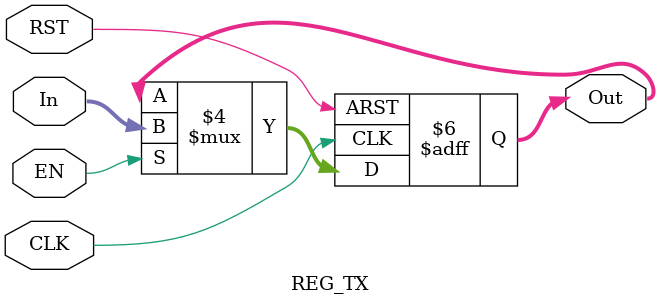
<source format=v>
/*  ASTECAS projet
*   CINVESTAV-GLD
*   ITESM-GDL
*   RHALL-TECH
*--------------------------------------------------
*
*   Programer: MSc Abisai Ramirez Perez (abramirez@gdl.cinvestav.mx)
*   Filename : OQPSK_PS_RCOSINE.v
*   Type     : Verilog Module
*   
*   Description:
*              This module is the transmitter of OQPSK, which uses a fix bitrate and raised cosine pulse shaping filter
*   Version    : 1.0
*   Data       : march 2018
*   Revision   : -
*   Reviser    : -
* 
*--------------------------------------------------
*   Modification Log "please register all the modifications in this area"
*		Update: Module edited for RCOSINE pulse shaping
*		Programmer: Luis Adolfo Luna Rodríguez - September 2017
*		Update V1.0: Module edited for OpenLane process - LALR Oct 2022
*
*/
module OQPSK_PS_RCOSINE2
#(parameter 
DW_IN 		= 13, 	// Output bits
I_SEL 		= 01,	// Integer bits
SAMPLES 		= 02,	// Samples per symbol
PS_SAMPLES	= 50	// Samples of the pulse shaping
)
(
`ifdef USE_POWER_PINS
    inout vdd,	// User area 1 1.8V supply
    inout vss,	// User area 1 digital ground
`endif
input 									CLK 	,  	// Clock
input 									RST	,		// Reset low active	
input 									EN		,		// Enable
input									   BitIn	,		// Incoming Bitstream
output signed [(DW_IN-I_SEL):I_SEL-1] I,		// In-phase component
output signed [(DW_IN-I_SEL):I_SEL-1]	Q,		// Quadrature component
output [5:0] addI,
output [5:0] addQ

);
	wire   									En_1M;
	wire   									En_1M_dly;
	wire   									En_2M;
	wire   				 					wi_b2r;
	wire  [SAMPLES-1:0] 				wi_Reg2Rom;
	wire 										wi_Reg2Rom_delay;
	wire 	[I_SEL-2:-(DW_IN-I_SEL)] 	I_ROM;
	wire 	[I_SEL-1:-(DW_IN-I_SEL)] 	I_Cmplted;
	wire 	[I_SEL-2:-(DW_IN-I_SEL)] 	Q_ROM;
	wire 	[I_SEL-1:-(DW_IN-I_SEL)] 	Q_Cmplted;
	wire 	[$clog2(PS_SAMPLES)-1:0] 		addressI;
	wire 	[$clog2(PS_SAMPLES)-1:0] 		addressQ;



	// This module converts from bitstream to symbosl for OQPSK
	buffer_TX 	#(SAMPLES-1'b1)  	 		bit2symb
	(
		.CLK50M		( 	CLK 	),	// clock 50MHz
		.RST			(	RST  	),	// Reset, low active
		.EN			( 	En_2M 	),	// Enable 2 MHz
		.BitIn		( 	BitIn 	),	// Incoming bitstream
		.regi 		( 	wi_b2r	)		// buffer of 2 bits.
	);

	// Register updatated each 1MHz
	REG_TX 		#(SAMPLES, SAMPLES) 	Register
	(
		.CLK 		( 	CLK 	), 	// Clock 50MHz
		.RST 		( 	RST 	),		// Reset, low active
		.EN 		( 	En_1M	),		// Enable 1 MHz
		.In		( {BitIn,wi_b2r}),
		.Out 		( 	wi_Reg2Rom	)
	);

	assign Sym = wi_Reg2Rom;

	// Register updatated each 1MHz and it's delayed 1/2 symbol time
	REG_TX 		#(1, 1) 				Reg_Delay_Q
	(
		.CLK 		( 	CLK 	), 	// Clock 50MHz
		.RST 		( 	RST 	),		// Reset, low active
		.EN 		( 	En_1M_dly	),	// Enable 1 MHz delayed
		.In		( 	wi_Reg2Rom[1]		),
		.Out 		( 	wi_Reg2Rom_delay	)
	); 

	// **** CONTROL OF THE ROM MEMORY ****
	ctrl_2ROMS									// ROM memory module
	#(
		.SAMPLES 	( 	PS_SAMPLES 	)
	)
	ROM_ctrl_mdl
	(
		.CLK_50M ( 	CLK	),		// Clock input at 50MHz
		.rst 		( 	RST	),		// Reset low active
		.EN1 		( 	EN		), 	// Enable of the first counter.
		.addr1 	( 	addressI	),	// Address of the rom memory
		.addr2 	( 	addressQ	),	// Address of the rom memory
		.F50 		(	En_1M 	),	// Enable of 2MHz
		.F25 		(	En_1M_dly	),	// 
		.F2M		( 	En_2M	)	
	);

	assign C_F50 = En_1M;
	assign C_F25 = En_1M_dly;
	assign C_F2M = En_2M;
	assign addI = addressI;
	assign addQ = addressQ;

	// **** RCOSINE PULSE SHAPING ****
	pulse_shaping_v1 #(.SAMPLES(PS_SAMPLES), .DW(DW_IN), .I(I_SEL-1)) p_shaping_I(
		.reset(RST),
		.counter_addr(addressI),
		.bit_in(wi_Reg2Rom[0]),
		.out_filtered_s(I)
	);

	pulse_shaping_v1 #(.SAMPLES(PS_SAMPLES), .DW(DW_IN), .I(I_SEL-1)) p_shaping_Q(
		.reset(RST),
		.counter_addr(addressQ),
		.bit_in(wi_Reg2Rom_delay),
//		.bit_in(wi_Reg2Rom[1]),		
		.out_filtered_s(Q)
	);	
//		`include "MathFun.vh"

endmodule

module buffer_TX
#(parameter SAMPLES=1)
(
input 					CLK50M 		,
input 					RST			,
input 					EN			,
input 					BitIn		,
output reg [SAMPLES-1:0] 	regi
);

//integer ii;
always@(posedge CLK50M or negedge RST)
begin
if (!RST)
	begin
			regi<={SAMPLES{1'b0}};
	end
else
	if(EN)
	begin
		regi 	<= BitIn;
	end
end

endmodule


module  ctrl_2ROMS									// ROM memory module
#(parameter SAMPLES=50)
(
input 							CLK_50M 	,	// Clock input at 50MHz
input 							rst			,	// Reset low active
input 							EN1 		,	// Enable of the first counter.
output 	[$clog2(SAMPLES)-1:0] 	addr1 		, 	// Address of the rom memory I component
output 	[$clog2(SAMPLES)-1:0] 	addr2 		, 	// Address of the rom memory Q component
output	 						F50 		,	// 1M enable each 50 clocks
output	 						F25 		,	// 1M enable each 25 clocks
output 							F2M				// Signal at 2 Megahertz
);


reg 	[$clog2(SAMPLES)-1:0] 	Counter1;
reg 	[$clog2(SAMPLES)-1:0] 	Counter2;
always@(posedge CLK_50M or negedge rst)
if(!rst)
	Counter1 <=0;
else 
	if(EN1)
	begin
		if (F50)
			Counter1  	<= 0;
		else 
			Counter1 	<= Counter1 + 1'b1;
	end

always@(posedge CLK_50M or negedge rst)
if(!rst)
	Counter2 <=0;
else 
	if(EN1)
	begin
		if (F25)
			Counter2  	<= 0;
		else 
			Counter2 	<= Counter2 + 1'b1;
	end
	
assign F50 		= (Counter1==6'd49)? 1'b1:1'b0;
assign F25 		= (Counter1==6'd24)? 1'b1:1'b0;
assign F2M 		= (F50|F25);
// assign addr1 	= Counter1[log2(SAMPLES):1];
//assign addr2 	= Counter2[log2(SAMPLES):1]; 
assign addr1 	= Counter1;
assign addr2 	= Counter2;

//	`include "MathFun.vh"
endmodule




module pulse_shaping_v1 #(parameter SAMPLES=50, DW=13, I=0)
(	input reset,
	input [$clog2(SAMPLES)-1:0] counter_addr,
	input bit_in,
	output signed [I-1:-(DW-I)] out_filtered_s
);

// `include "MathFun.vh"

wire signed[I-1:-(DW-I)] o_rom_1, o_rom_2, o_rom_3;
reg signed[I-1:-(DW-I)] o_rom_1_1, o_rom_2_1, o_rom_3_1;
reg bit_in_0;
reg bit_in_1;
reg bit_in_2;
reg ctl;
reg ctl_1;
reg [1:0] counter = 2'b00;

	always @(*) begin
		if (!reset) begin
			ctl = 1'b0;
			ctl_1 = bit_in;
			bit_in_0 = 1'b0;
		end
		else
			bit_in_0 = bit_in;
			if (counter_addr == 6'd49) begin				
				ctl = 1'b1;
							
				if (bit_in_0 == ctl_1) begin
					o_rom_2_1 = (bit_in_1 == 1'b1)?o_rom_2:-o_rom_2;
					ctl_1 = bit_in_1;
				end
				else begin
					o_rom_2_1 = (bit_in_1 == 1'b1)?-o_rom_2:o_rom_2;
					ctl_1 = bit_in_1;
				end
				
			end
			else begin
				ctl = 1'b0;
				o_rom_2_1 = (bit_in_1 == 1'b1)?o_rom_2:-o_rom_2;
			end
						
			
			o_rom_1_1 = (bit_in == 1'b1)?o_rom_1:-o_rom_1;			

			o_rom_3_1 = (bit_in_2 == 1'b1)?o_rom_3:-o_rom_3;
		end

  always @ (posedge ctl or negedge reset) begin
	  if(!reset) begin
				bit_in_1 <= 1'b0;
				bit_in_2 <= 1'b0;
				counter <= 2'b00;
	  end
	  else begin
		 counter <= (counter <= 2'b01)?counter + 1'b1:counter;		 
		 bit_in_1 <= bit_in;
		 bit_in_2 <= bit_in_1;
	  end
  end	

rcosine_1 #(SAMPLES,DW,I) rcos_1
(
	.addr(counter_addr),
	.out(o_rom_1) 
);

rcosine_2 #(SAMPLES,DW,I) rcos_2
(
	.addr(counter_addr),
	.out(o_rom_2) 
);

rcosine_3 #(SAMPLES,DW,I) rcos_3
(
	.addr(counter_addr),
	.out(o_rom_3) 
);


assign out_filtered_s = o_rom_1_1 + ((counter > 2'b00)?o_rom_2_1:0) + ((counter > 2'b01)?o_rom_3_1:0);
endmodule





module rcosine_1 #(parameter SAMPLES=50, DW=13, I=0)
(
input	[$clog2(SAMPLES)-1:0] addr, 
output reg signed[I-1:-(DW-I)] out
);
	always@*
	case(addr)
				00:out = 13'b0000000000000;
				01:out = 13'b0000000000000;
				02:out = 13'b0000000000010;
				03:out = 13'b0000000000100;
				04:out = 13'b0000000001000;
				05:out = 13'b0000000001100;
				06:out = 13'b0000000010010;
				07:out = 13'b0000000011000;
				08:out = 13'b0000000100000;
				09:out = 13'b0000000101000;
				10:out = 13'b0000000110000;
				11:out = 13'b0000000111001;
				12:out = 13'b0000001000001;
				13:out = 13'b0000001001001;
				14:out = 13'b0000001010000;
				15:out = 13'b0000001010111;
				16:out = 13'b0000001011011;
				17:out = 13'b0000001011101;
				18:out = 13'b0000001011110;
				19:out = 13'b0000001011011;
				20:out = 13'b0000001010101;
				21:out = 13'b0000001001100;
				22:out = 13'b0000000111111;
				23:out = 13'b0000000101110;
				24:out = 13'b0000000011001;
				25:out = 13'b0000000000000;
				26:out = -13'b0000000011101;
				27:out = -13'b0000000111101;
				28:out = -13'b0000001100001;
				29:out = -13'b0000010001001;
				30:out = -13'b0000010110010;
				31:out = -13'b0000011011101;
				32:out = -13'b0000100001010;
				33:out = -13'b0000100110110;
				34:out = -13'b0000101100010;
				35:out = -13'b0000110001100;
				36:out = -13'b0000110110011;
				37:out = -13'b0000111010101;
				38:out = -13'b0000111110010;
				39:out = -13'b0001000001000;
				40:out = -13'b0001000010110;
				41:out = -13'b0001000011011;
				42:out = -13'b0001000010101;
				43:out = -13'b0001000000100;
				44:out = -13'b0000111100110;
				45:out = -13'b0000110111010;
				46:out = -13'b0000110000000;
				47:out = -13'b0000100110111;
				48:out = -13'b0000011011111;
				49:out = -13'b0000001110111;
	default: out = 13'b0000000000000;
	endcase
//			`include "MathFun.vh"
endmodule
		





module rcosine_2 #(parameter SAMPLES=50, DW=13, I=0)
(
input	[$clog2(SAMPLES)-1:0] addr, 
output reg signed[I-1:-(DW-I)] out
);
	always@*
	case(addr)
			00:out = 13'b0000000000000;
			01:out = 13'b0000010000110;
			02:out = 13'b0000100011011;
			03:out = 13'b0000110111110;
			04:out = 13'b0001001101110;
			05:out = 13'b0001100101010;
			06:out = 13'b0001111110000;
			07:out = 13'b0010010111111;
			08:out = 13'b0010110010101;
			09:out = 13'b0011001110000;
			10:out = 13'b0011101001110;
			11:out = 13'b0100000101101;
			12:out = 13'b0100100001001;
			13:out = 13'b0100111100010;
			14:out = 13'b0101010110100;
			15:out = 13'b0101101111110;
			16:out = 13'b0110000111100;
			17:out = 13'b0110011101101;
			18:out = 13'b0110110001111;
			19:out = 13'b0111000011111;
			20:out = 13'b0111010011100;
			21:out = 13'b0111100000101;
			22:out = 13'b0111101011000;
			23:out = 13'b0111110010100;
			24:out = 13'b0111110111000;
			25:out = 13'b0111111000100;
			26:out = 13'b0111110111000;
			27:out = 13'b0111110010100;
			28:out = 13'b0111101011000;
			29:out = 13'b0111100000101;
			30:out = 13'b0111010011100;
			31:out = 13'b0111000011111;
			32:out = 13'b0110110001111;
			33:out = 13'b0110011101101;
			34:out = 13'b0110000111100;
			35:out = 13'b0101101111110;
			36:out = 13'b0101010110100;
			37:out = 13'b0100111100010;
			38:out = 13'b0100100001001;
			39:out = 13'b0100000101101;
			40:out = 13'b0011101001110;
			41:out = 13'b0011001110000;
			42:out = 13'b0010110010101;
			43:out = 13'b0010010111111;
			44:out = 13'b0001111110000;
			45:out = 13'b0001100101010;
			46:out = 13'b0001001101110;
			47:out = 13'b0000110111110;
			48:out = 13'b0000100011011;
			49:out = 13'b0000010000110;
	default: out = 13'b0000000000000;
	endcase
//			`include "MathFun.vh"
endmodule
		





module rcosine_3 #(parameter SAMPLES=50, DW=13, I=0)
(
input	[$clog2(SAMPLES)-1:0] addr, 
output reg signed[I-1:-(DW-I)] out
);
	always@*
	case(addr)
			00:out = -13'b0000000000000;
			01:out = -13'b0000001110111;
			02:out = -13'b0000011011111;
			03:out = -13'b0000100110111;
			04:out = -13'b0000110000000;
			05:out = -13'b0000110111010;
			06:out = -13'b0000111100110;
			07:out = -13'b0001000000100;
			08:out = -13'b0001000010101;
			09:out = -13'b0001000011011;
			10:out = -13'b0001000010110;
			11:out = -13'b0001000001000;
			12:out = -13'b0000111110010;
			13:out = -13'b0000111010101;
			14:out = -13'b0000110110011;
			15:out = -13'b0000110001100;
			16:out = -13'b0000101100010;
			17:out = -13'b0000100110110;
			18:out = -13'b0000100001010;
			19:out = -13'b0000011011101;
			20:out = -13'b0000010110010;
			21:out = -13'b0000010001001;
			22:out = -13'b0000001100001;
			23:out = -13'b0000000111101;
			24:out = -13'b0000000011101;
			25:out = 13'b0000000000000;
			26:out = 13'b0000000011001;
			27:out = 13'b0000000101110;
			28:out = 13'b0000000111111;
			29:out = 13'b0000001001100;
			30:out = 13'b0000001010101;
			31:out = 13'b0000001011011;
			32:out = 13'b0000001011110;
			33:out = 13'b0000001011101;
			34:out = 13'b0000001011011;
			35:out = 13'b0000001010111;
			36:out = 13'b0000001010000;
			37:out = 13'b0000001001001;
			38:out = 13'b0000001000001;
			39:out = 13'b0000000111001;
			40:out = 13'b0000000110000;
			41:out = 13'b0000000101000;
			42:out = 13'b0000000100000;
			43:out = 13'b0000000011000;
			44:out = 13'b0000000010010;
			45:out = 13'b0000000001100;
			46:out = 13'b0000000001000;
			47:out = 13'b0000000000100;
			48:out = 13'b0000000000010;
			49:out = 13'b0000000000000;
		default: out = 13'b0000000000000;
	endcase
//			`include "MathFun.vh"
endmodule
		
		
		
		
		
module REG_TX
#(parameter DW_IN=2, I_SEL=2)
(
input 													CLK, 			
input 													RST,
input 													EN,
input 			signed	[I_SEL-1:-(DW_IN-I_SEL)] 		In,
output reg		signed	[I_SEL-1:-(DW_IN-I_SEL)]		Out
);

always@(posedge CLK or negedge RST)
if (!RST)
	begin
		Out 		<= {DW_IN{1'b0}};
	end
else
	begin
		if(EN==1'b1)
			begin							
				Out 		<= In;
			end
	end
	endmodule


</source>
